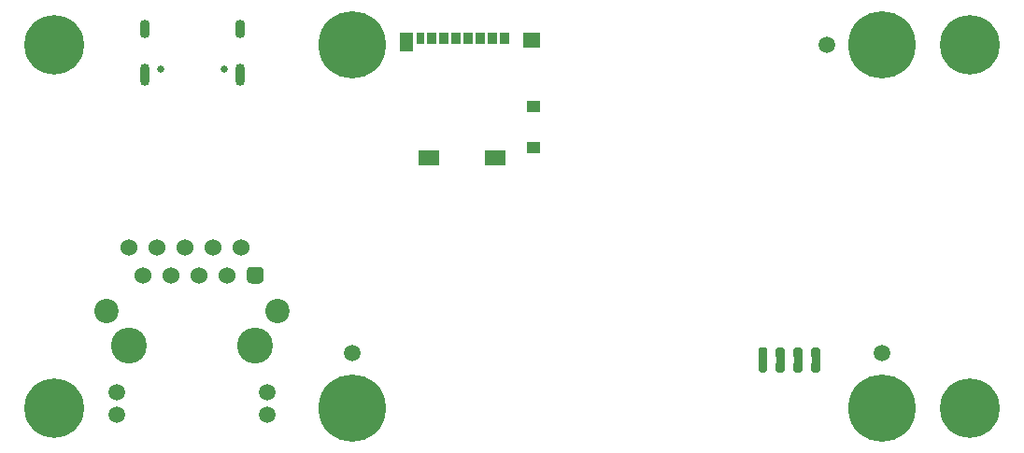
<source format=gbs>
G04 #@! TF.GenerationSoftware,KiCad,Pcbnew,(5.1.9)-1*
G04 #@! TF.CreationDate,2021-09-17T14:30:20-04:00*
G04 #@! TF.ProjectId,cm4-carrier-template,636d342d-6361-4727-9269-65722d74656d,rev?*
G04 #@! TF.SameCoordinates,Original*
G04 #@! TF.FileFunction,Soldermask,Bot*
G04 #@! TF.FilePolarity,Negative*
%FSLAX46Y46*%
G04 Gerber Fmt 4.6, Leading zero omitted, Abs format (unit mm)*
G04 Created by KiCad (PCBNEW (5.1.9)-1) date 2021-09-17 14:30:20*
%MOMM*%
%LPD*%
G01*
G04 APERTURE LIST*
%ADD10C,0.800000*%
%ADD11C,0.650000*%
%ADD12O,0.900000X1.700000*%
%ADD13O,0.900000X2.000000*%
%ADD14C,6.100000*%
%ADD15C,2.200000*%
%ADD16C,1.500000*%
%ADD17C,3.250000*%
%ADD18C,1.524000*%
%ADD19C,0.800000*%
%ADD20C,5.400000*%
%ADD21R,1.900000X1.350000*%
%ADD22R,1.200000X1.000000*%
%ADD23R,1.550000X1.350000*%
%ADD24R,1.170000X1.800000*%
%ADD25R,0.850000X1.100000*%
%ADD26R,0.750000X1.100000*%
G04 APERTURE END LIST*
D10*
G04 #@! TO.C,JP4*
X147700000Y-125363400D02*
X147700000Y-126735000D01*
G04 #@! TO.C,JP1*
X149300000Y-125363400D02*
X149300000Y-126735000D01*
G04 #@! TO.C,JP2*
X150900000Y-125363400D02*
X150900000Y-126735000D01*
G04 #@! TO.C,JP3*
X152500000Y-125363400D02*
X152500000Y-126735000D01*
G04 #@! TD*
D11*
G04 #@! TO.C,J1*
X98890000Y-99730000D03*
X93110000Y-99730000D03*
D12*
X91680000Y-96060000D03*
X100320000Y-96060000D03*
D13*
X91680000Y-100230000D03*
X100320000Y-100230000D03*
G04 #@! TD*
G04 #@! TO.C,JP4*
G36*
G01*
X147460000Y-124965000D02*
X147940000Y-124965000D01*
G75*
G02*
X148100000Y-125125000I0J-160000D01*
G01*
X148100000Y-125805000D01*
G75*
G02*
X147940000Y-125965000I-160000J0D01*
G01*
X147460000Y-125965000D01*
G75*
G02*
X147300000Y-125805000I0J160000D01*
G01*
X147300000Y-125125000D01*
G75*
G02*
X147460000Y-124965000I160000J0D01*
G01*
G37*
G36*
G01*
X147500000Y-126235000D02*
X147900000Y-126235000D01*
G75*
G02*
X148100000Y-126435000I0J-200000D01*
G01*
X148100000Y-127035000D01*
G75*
G02*
X147900000Y-127235000I-200000J0D01*
G01*
X147500000Y-127235000D01*
G75*
G02*
X147300000Y-127035000I0J200000D01*
G01*
X147300000Y-126435000D01*
G75*
G02*
X147500000Y-126235000I200000J0D01*
G01*
G37*
G04 #@! TD*
G04 #@! TO.C,JP1*
G36*
G01*
X149060000Y-124965000D02*
X149540000Y-124965000D01*
G75*
G02*
X149700000Y-125125000I0J-160000D01*
G01*
X149700000Y-125805000D01*
G75*
G02*
X149540000Y-125965000I-160000J0D01*
G01*
X149060000Y-125965000D01*
G75*
G02*
X148900000Y-125805000I0J160000D01*
G01*
X148900000Y-125125000D01*
G75*
G02*
X149060000Y-124965000I160000J0D01*
G01*
G37*
G36*
G01*
X149100000Y-126235000D02*
X149500000Y-126235000D01*
G75*
G02*
X149700000Y-126435000I0J-200000D01*
G01*
X149700000Y-127035000D01*
G75*
G02*
X149500000Y-127235000I-200000J0D01*
G01*
X149100000Y-127235000D01*
G75*
G02*
X148900000Y-127035000I0J200000D01*
G01*
X148900000Y-126435000D01*
G75*
G02*
X149100000Y-126235000I200000J0D01*
G01*
G37*
G04 #@! TD*
G04 #@! TO.C,JP2*
G36*
G01*
X150660000Y-124965000D02*
X151140000Y-124965000D01*
G75*
G02*
X151300000Y-125125000I0J-160000D01*
G01*
X151300000Y-125805000D01*
G75*
G02*
X151140000Y-125965000I-160000J0D01*
G01*
X150660000Y-125965000D01*
G75*
G02*
X150500000Y-125805000I0J160000D01*
G01*
X150500000Y-125125000D01*
G75*
G02*
X150660000Y-124965000I160000J0D01*
G01*
G37*
G36*
G01*
X150700000Y-126235000D02*
X151100000Y-126235000D01*
G75*
G02*
X151300000Y-126435000I0J-200000D01*
G01*
X151300000Y-127035000D01*
G75*
G02*
X151100000Y-127235000I-200000J0D01*
G01*
X150700000Y-127235000D01*
G75*
G02*
X150500000Y-127035000I0J200000D01*
G01*
X150500000Y-126435000D01*
G75*
G02*
X150700000Y-126235000I200000J0D01*
G01*
G37*
G04 #@! TD*
G04 #@! TO.C,JP3*
G36*
G01*
X152260000Y-124965000D02*
X152740000Y-124965000D01*
G75*
G02*
X152900000Y-125125000I0J-160000D01*
G01*
X152900000Y-125805000D01*
G75*
G02*
X152740000Y-125965000I-160000J0D01*
G01*
X152260000Y-125965000D01*
G75*
G02*
X152100000Y-125805000I0J160000D01*
G01*
X152100000Y-125125000D01*
G75*
G02*
X152260000Y-124965000I160000J0D01*
G01*
G37*
G36*
G01*
X152300000Y-126235000D02*
X152700000Y-126235000D01*
G75*
G02*
X152900000Y-126435000I0J-200000D01*
G01*
X152900000Y-127035000D01*
G75*
G02*
X152700000Y-127235000I-200000J0D01*
G01*
X152300000Y-127235000D01*
G75*
G02*
X152100000Y-127035000I0J200000D01*
G01*
X152100000Y-126435000D01*
G75*
G02*
X152300000Y-126235000I200000J0D01*
G01*
G37*
G04 #@! TD*
D14*
G04 #@! TO.C,U5*
X110500000Y-130500000D03*
X158500000Y-97500000D03*
X158500000Y-130500000D03*
X110500000Y-97500000D03*
G04 #@! TD*
D15*
G04 #@! TO.C,J3*
X88250000Y-121700000D03*
X103750000Y-121700000D03*
D16*
X89215000Y-129000000D03*
X89215000Y-131030000D03*
X102785000Y-129000000D03*
D17*
X101715000Y-124750000D03*
D18*
X90285000Y-115860000D03*
X92825000Y-115860000D03*
X95365000Y-115860000D03*
X97905000Y-115860000D03*
X100445000Y-115860000D03*
X91555000Y-118400000D03*
X94095000Y-118400000D03*
X96635000Y-118400000D03*
G36*
G01*
X102096000Y-119162000D02*
X101334000Y-119162000D01*
G75*
G02*
X100953000Y-118781000I0J381000D01*
G01*
X100953000Y-118019000D01*
G75*
G02*
X101334000Y-117638000I381000J0D01*
G01*
X102096000Y-117638000D01*
G75*
G02*
X102477000Y-118019000I0J-381000D01*
G01*
X102477000Y-118781000D01*
G75*
G02*
X102096000Y-119162000I-381000J0D01*
G01*
G37*
X99175000Y-118400000D03*
D17*
X90285000Y-124750000D03*
D16*
X102785000Y-131030000D03*
G04 #@! TD*
G04 #@! TO.C,FID6*
X153500000Y-97500000D03*
G04 #@! TD*
G04 #@! TO.C,FID5*
X158500000Y-125500000D03*
G04 #@! TD*
G04 #@! TO.C,FID4*
X110500000Y-125500000D03*
G04 #@! TD*
D19*
G04 #@! TO.C,H4*
X167931891Y-129068109D03*
X166500000Y-128475000D03*
X165068109Y-129068109D03*
X164475000Y-130500000D03*
X165068109Y-131931891D03*
X166500000Y-132525000D03*
X167931891Y-131931891D03*
X168525000Y-130500000D03*
D20*
X166500000Y-130500000D03*
G04 #@! TD*
D19*
G04 #@! TO.C,H3*
X167931891Y-96068109D03*
X166500000Y-95475000D03*
X165068109Y-96068109D03*
X164475000Y-97500000D03*
X165068109Y-98931891D03*
X166500000Y-99525000D03*
X167931891Y-98931891D03*
X168525000Y-97500000D03*
D20*
X166500000Y-97500000D03*
G04 #@! TD*
D21*
G04 #@! TO.C,J2*
X117470000Y-107775000D03*
X123440000Y-107775000D03*
D22*
X126940000Y-103100000D03*
X126940000Y-106800000D03*
D23*
X126765000Y-97075000D03*
D24*
X115445000Y-97300000D03*
D25*
X117705000Y-96950000D03*
X118805000Y-96950000D03*
X119905000Y-96950000D03*
X121005000Y-96950000D03*
X122105000Y-96950000D03*
X123205000Y-96950000D03*
D26*
X116655000Y-96950000D03*
D25*
X124305000Y-96950000D03*
G04 #@! TD*
D19*
G04 #@! TO.C,H2*
X84931891Y-129068109D03*
X83500000Y-128475000D03*
X82068109Y-129068109D03*
X81475000Y-130500000D03*
X82068109Y-131931891D03*
X83500000Y-132525000D03*
X84931891Y-131931891D03*
X85525000Y-130500000D03*
D20*
X83500000Y-130500000D03*
G04 #@! TD*
D19*
G04 #@! TO.C,H1*
X84931891Y-96068109D03*
X83500000Y-95475000D03*
X82068109Y-96068109D03*
X81475000Y-97500000D03*
X82068109Y-98931891D03*
X83500000Y-99525000D03*
X84931891Y-98931891D03*
X85525000Y-97500000D03*
D20*
X83500000Y-97500000D03*
G04 #@! TD*
M02*

</source>
